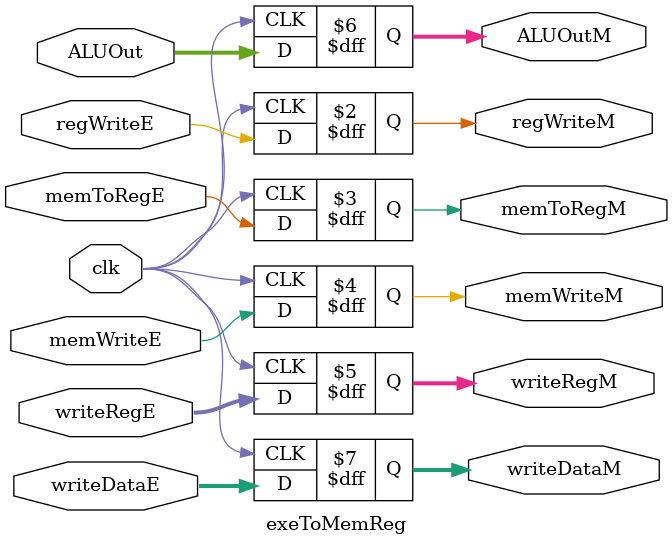
<source format=v>
module exeToMemReg(regWriteE,  //This is a buffer register.
                   memToRegE,
                   memWriteE,
                   ALUOut,
                   writeDataE,
                   writeRegE,
                   regWriteM,
                   memToRegM,
                   memWriteM,
                   ALUOutM,
                   writeDataM,
                   writeRegM,
                   clk);
    input regWriteE, memToRegE, memWriteE, clk;
    input [4:0] writeRegE;
    input [31:0] ALUOut, writeDataE;
    output reg regWriteM, memToRegM, memWriteM;
    output reg [4:0] writeRegM;
    output reg [31:0] ALUOutM, writeDataM;
    
    always@(negedge clk) begin
        
        regWriteM  <= regWriteE;
        memToRegM  <= memToRegE;
        memWriteM  <= memWriteE;
        writeRegM  <= writeRegE;
        ALUOutM    <= ALUOut;
        writeDataM <= writeDataE;
        
    end
endmodule

</source>
